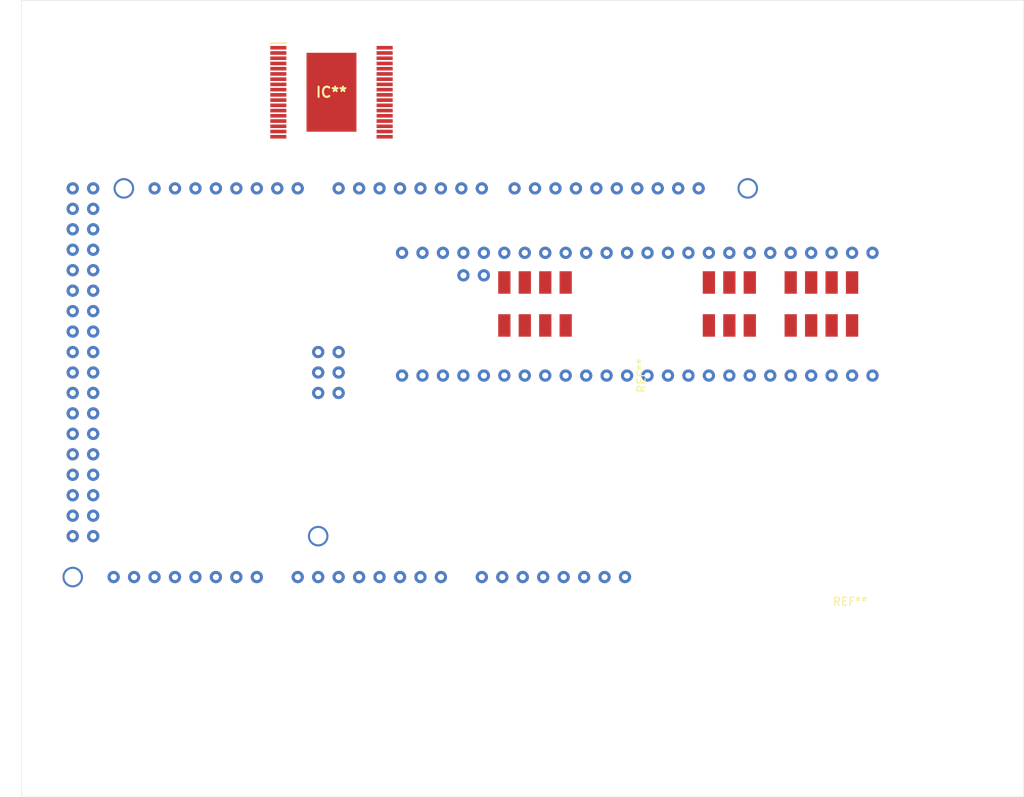
<source format=kicad_pcb>
(kicad_pcb (version 20171130) (host pcbnew "(5.1.9)-1")

  (general
    (thickness 1.6)
    (drawings 4)
    (tracks 0)
    (zones 0)
    (modules 3)
    (nets 1)
  )

  (page A4)
  (layers
    (0 F.Cu signal)
    (31 B.Cu signal hide)
    (32 B.Adhes user hide)
    (33 F.Adhes user hide)
    (34 B.Paste user hide)
    (35 F.Paste user hide)
    (36 B.SilkS user hide)
    (37 F.SilkS user hide)
    (38 B.Mask user hide)
    (39 F.Mask user hide)
    (40 Dwgs.User user hide)
    (41 Cmts.User user hide)
    (42 Eco1.User user hide)
    (43 Eco2.User user hide)
    (44 Edge.Cuts user)
    (45 Margin user hide)
    (46 B.CrtYd user hide)
    (47 F.CrtYd user hide)
    (48 B.Fab user hide)
    (49 F.Fab user)
  )

  (setup
    (last_trace_width 0.25)
    (trace_clearance 0.2)
    (zone_clearance 0.508)
    (zone_45_only no)
    (trace_min 0.2)
    (via_size 0.8)
    (via_drill 0.4)
    (via_min_size 0.4)
    (via_min_drill 0.3)
    (uvia_size 0.3)
    (uvia_drill 0.1)
    (uvias_allowed no)
    (uvia_min_size 0.2)
    (uvia_min_drill 0.1)
    (edge_width 0.05)
    (segment_width 0.2)
    (pcb_text_width 0.3)
    (pcb_text_size 1.5 1.5)
    (mod_edge_width 0.12)
    (mod_text_size 1 1)
    (mod_text_width 0.15)
    (pad_size 1.524 1.524)
    (pad_drill 0.762)
    (pad_to_mask_clearance 0)
    (aux_axis_origin 0 0)
    (visible_elements FFFFFF7F)
    (pcbplotparams
      (layerselection 0x010fc_ffffffff)
      (usegerberextensions false)
      (usegerberattributes true)
      (usegerberadvancedattributes true)
      (creategerberjobfile true)
      (excludeedgelayer true)
      (linewidth 0.100000)
      (plotframeref false)
      (viasonmask false)
      (mode 1)
      (useauxorigin false)
      (hpglpennumber 1)
      (hpglpenspeed 20)
      (hpglpendiameter 15.000000)
      (psnegative false)
      (psa4output false)
      (plotreference true)
      (plotvalue true)
      (plotinvisibletext false)
      (padsonsilk false)
      (subtractmaskfromsilk false)
      (outputformat 1)
      (mirror false)
      (drillshape 1)
      (scaleselection 1)
      (outputdirectory ""))
  )

  (net 0 "")

  (net_class Default "This is the default net class."
    (clearance 0.2)
    (trace_width 0.25)
    (via_dia 0.8)
    (via_drill 0.4)
    (uvia_dia 0.3)
    (uvia_drill 0.1)
  )

  (module Samacsys:SOP65P1420X360-37N (layer F.Cu) (tedit 0) (tstamp 609FB5DD)
    (at 66.421 90.17)
    (descr PowerSO-36)
    (tags "Integrated Circuit")
    (attr smd)
    (fp_text reference IC** (at 0 0) (layer F.SilkS)
      (effects (font (size 1.27 1.27) (thickness 0.254)))
    )
    (fp_text value SOP65P1420X360-37N (at 0 0) (layer F.SilkS) hide
      (effects (font (size 1.27 1.27) (thickness 0.254)))
    )
    (fp_text user %R (at 0 0) (layer F.Fab)
      (effects (font (size 1.27 1.27) (thickness 0.254)))
    )
    (fp_line (start -7.85 -8.25) (end 7.85 -8.25) (layer F.CrtYd) (width 0.05))
    (fp_line (start 7.85 -8.25) (end 7.85 8.25) (layer F.CrtYd) (width 0.05))
    (fp_line (start 7.85 8.25) (end -7.85 8.25) (layer F.CrtYd) (width 0.05))
    (fp_line (start -7.85 8.25) (end -7.85 -8.25) (layer F.CrtYd) (width 0.05))
    (fp_line (start -5.5 -7.95) (end 5.5 -7.95) (layer F.Fab) (width 0.1))
    (fp_line (start 5.5 -7.95) (end 5.5 7.95) (layer F.Fab) (width 0.1))
    (fp_line (start 5.5 7.95) (end -5.5 7.95) (layer F.Fab) (width 0.1))
    (fp_line (start -5.5 7.95) (end -5.5 -7.95) (layer F.Fab) (width 0.1))
    (fp_line (start -5.5 -7.3) (end -4.85 -7.95) (layer F.Fab) (width 0.1))
    (fp_line (start -7.6 -6.1) (end -5.6 -6.1) (layer F.SilkS) (width 0.2))
    (pad 37 smd rect (at 0 0) (size 6.2 9.8) (layers F.Cu F.Paste F.Mask))
    (pad 36 smd rect (at 6.6 -5.525 90) (size 0.45 2) (layers F.Cu F.Paste F.Mask))
    (pad 35 smd rect (at 6.6 -4.875 90) (size 0.45 2) (layers F.Cu F.Paste F.Mask))
    (pad 34 smd rect (at 6.6 -4.225 90) (size 0.45 2) (layers F.Cu F.Paste F.Mask))
    (pad 33 smd rect (at 6.6 -3.575 90) (size 0.45 2) (layers F.Cu F.Paste F.Mask))
    (pad 32 smd rect (at 6.6 -2.925 90) (size 0.45 2) (layers F.Cu F.Paste F.Mask))
    (pad 31 smd rect (at 6.6 -2.275 90) (size 0.45 2) (layers F.Cu F.Paste F.Mask))
    (pad 30 smd rect (at 6.6 -1.625 90) (size 0.45 2) (layers F.Cu F.Paste F.Mask))
    (pad 29 smd rect (at 6.6 -0.975 90) (size 0.45 2) (layers F.Cu F.Paste F.Mask))
    (pad 28 smd rect (at 6.6 -0.325 90) (size 0.45 2) (layers F.Cu F.Paste F.Mask))
    (pad 27 smd rect (at 6.6 0.325 90) (size 0.45 2) (layers F.Cu F.Paste F.Mask))
    (pad 26 smd rect (at 6.6 0.975 90) (size 0.45 2) (layers F.Cu F.Paste F.Mask))
    (pad 25 smd rect (at 6.6 1.625 90) (size 0.45 2) (layers F.Cu F.Paste F.Mask))
    (pad 24 smd rect (at 6.6 2.275 90) (size 0.45 2) (layers F.Cu F.Paste F.Mask))
    (pad 23 smd rect (at 6.6 2.925 90) (size 0.45 2) (layers F.Cu F.Paste F.Mask))
    (pad 22 smd rect (at 6.6 3.575 90) (size 0.45 2) (layers F.Cu F.Paste F.Mask))
    (pad 21 smd rect (at 6.6 4.225 90) (size 0.45 2) (layers F.Cu F.Paste F.Mask))
    (pad 20 smd rect (at 6.6 4.875 90) (size 0.45 2) (layers F.Cu F.Paste F.Mask))
    (pad 19 smd rect (at 6.6 5.525 90) (size 0.45 2) (layers F.Cu F.Paste F.Mask))
    (pad 18 smd rect (at -6.6 5.525 90) (size 0.45 2) (layers F.Cu F.Paste F.Mask))
    (pad 17 smd rect (at -6.6 4.875 90) (size 0.45 2) (layers F.Cu F.Paste F.Mask))
    (pad 16 smd rect (at -6.6 4.225 90) (size 0.45 2) (layers F.Cu F.Paste F.Mask))
    (pad 15 smd rect (at -6.6 3.575 90) (size 0.45 2) (layers F.Cu F.Paste F.Mask))
    (pad 14 smd rect (at -6.6 2.925 90) (size 0.45 2) (layers F.Cu F.Paste F.Mask))
    (pad 13 smd rect (at -6.6 2.275 90) (size 0.45 2) (layers F.Cu F.Paste F.Mask))
    (pad 12 smd rect (at -6.6 1.625 90) (size 0.45 2) (layers F.Cu F.Paste F.Mask))
    (pad 11 smd rect (at -6.6 0.975 90) (size 0.45 2) (layers F.Cu F.Paste F.Mask))
    (pad 10 smd rect (at -6.6 0.325 90) (size 0.45 2) (layers F.Cu F.Paste F.Mask))
    (pad 9 smd rect (at -6.6 -0.325 90) (size 0.45 2) (layers F.Cu F.Paste F.Mask))
    (pad 8 smd rect (at -6.6 -0.975 90) (size 0.45 2) (layers F.Cu F.Paste F.Mask))
    (pad 7 smd rect (at -6.6 -1.625 90) (size 0.45 2) (layers F.Cu F.Paste F.Mask))
    (pad 6 smd rect (at -6.6 -2.275 90) (size 0.45 2) (layers F.Cu F.Paste F.Mask))
    (pad 5 smd rect (at -6.6 -2.925 90) (size 0.45 2) (layers F.Cu F.Paste F.Mask))
    (pad 4 smd rect (at -6.6 -3.575 90) (size 0.45 2) (layers F.Cu F.Paste F.Mask))
    (pad 3 smd rect (at -6.6 -4.225 90) (size 0.45 2) (layers F.Cu F.Paste F.Mask))
    (pad 2 smd rect (at -6.6 -4.875 90) (size 0.45 2) (layers F.Cu F.Paste F.Mask))
    (pad 1 smd rect (at -6.6 -5.525 90) (size 0.45 2) (layers F.Cu F.Paste F.Mask))
    (model "C:\\Users\\mdaut\\Documents\\Sparkdog PF-DI V2\\Libraries\\SamacSys_Parts.3dshapes\\L6206PD013TR.stp"
      (at (xyz 0 0 0))
      (scale (xyz 1 1 1))
      (rotate (xyz 0 0 0))
    )
  )

  (module "Sparkdog PF-DI V2:TEENSY_3_5" (layer F.Cu) (tedit 609F5D99) (tstamp 609FB1E8)
    (at 133.604 125.349 90)
    (fp_text reference REF** (at 0 -28.71 90) (layer F.SilkS)
      (effects (font (size 1 1) (thickness 0.15)))
    )
    (fp_text value TEENSY_3_5 (at 22.86 -3.81 90) (layer F.Fab)
      (effects (font (size 1 1) (thickness 0.15)))
    )
    (pad 1 thru_hole circle (at 0 -58.42 90) (size 1.524 1.524) (drill 0.762) (layers *.Cu *.Mask))
    (pad 2 thru_hole circle (at 0 -55.88 90) (size 1.524 1.524) (drill 0.762) (layers *.Cu *.Mask))
    (pad 3 thru_hole circle (at 0 -53.34 90) (size 1.524 1.524) (drill 0.762) (layers *.Cu *.Mask))
    (pad 4 thru_hole circle (at 0 -50.8 90) (size 1.524 1.524) (drill 0.762) (layers *.Cu *.Mask))
    (pad 5 thru_hole circle (at 0 -48.26 90) (size 1.524 1.524) (drill 0.762) (layers *.Cu *.Mask))
    (pad 6 thru_hole circle (at 0 -45.72 90) (size 1.524 1.524) (drill 0.762) (layers *.Cu *.Mask))
    (pad 7 thru_hole circle (at 0 -43.18 90) (size 1.524 1.524) (drill 0.762) (layers *.Cu *.Mask))
    (pad 8 thru_hole circle (at 0 -40.64 90) (size 1.524 1.524) (drill 0.762) (layers *.Cu *.Mask))
    (pad 9 thru_hole circle (at 0 -38.1 90) (size 1.524 1.524) (drill 0.762) (layers *.Cu *.Mask))
    (pad 10 thru_hole circle (at 0 -35.56 90) (size 1.524 1.524) (drill 0.762) (layers *.Cu *.Mask))
    (pad 11 thru_hole circle (at 0 -33.02 90) (size 1.524 1.524) (drill 0.762) (layers *.Cu *.Mask))
    (pad 12 thru_hole circle (at 0 -30.48 90) (size 1.524 1.524) (drill 0.762) (layers *.Cu *.Mask))
    (pad 13 thru_hole circle (at 0 -27.94 90) (size 1.524 1.524) (drill 0.762) (layers *.Cu *.Mask))
    (pad 14 thru_hole circle (at 0 -25.4 90) (size 1.524 1.524) (drill 0.762) (layers *.Cu *.Mask))
    (pad 15 thru_hole circle (at 0 -22.86 90) (size 1.524 1.524) (drill 0.762) (layers *.Cu *.Mask))
    (pad 16 thru_hole circle (at 0 -20.32 90) (size 1.524 1.524) (drill 0.762) (layers *.Cu *.Mask))
    (pad 17 thru_hole circle (at 0 -17.78 90) (size 1.524 1.524) (drill 0.762) (layers *.Cu *.Mask))
    (pad 18 thru_hole circle (at 0 -15.24 90) (size 1.524 1.524) (drill 0.762) (layers *.Cu *.Mask))
    (pad 19 thru_hole circle (at 0 -12.7 90) (size 1.524 1.524) (drill 0.762) (layers *.Cu *.Mask))
    (pad 20 thru_hole circle (at 0 -10.16 90) (size 1.524 1.524) (drill 0.762) (layers *.Cu *.Mask))
    (pad 21 thru_hole circle (at 0 -7.62 90) (size 1.524 1.524) (drill 0.762) (layers *.Cu *.Mask))
    (pad 22 thru_hole circle (at 0 -5.08 90) (size 1.524 1.524) (drill 0.762) (layers *.Cu *.Mask))
    (pad 23 thru_hole circle (at 0 -2.54 90) (size 1.524 1.524) (drill 0.762) (layers *.Cu *.Mask))
    (pad 24 thru_hole circle (at 0 0 90) (size 1.524 1.524) (drill 0.762) (layers *.Cu *.Mask))
    (pad 25 thru_hole circle (at 15.24 0 90) (size 1.524 1.524) (drill 0.762) (layers *.Cu *.Mask))
    (pad 26 thru_hole circle (at 15.24 -2.54 90) (size 1.524 1.524) (drill 0.762) (layers *.Cu *.Mask))
    (pad 27 thru_hole circle (at 15.24 -5.08 90) (size 1.524 1.524) (drill 0.762) (layers *.Cu *.Mask))
    (pad 28 thru_hole circle (at 15.24 -7.62 90) (size 1.524 1.524) (drill 0.762) (layers *.Cu *.Mask))
    (pad 29 thru_hole circle (at 15.24 -10.16 90) (size 1.524 1.524) (drill 0.762) (layers *.Cu *.Mask))
    (pad 30 thru_hole circle (at 15.24 -12.7 90) (size 1.524 1.524) (drill 0.762) (layers *.Cu *.Mask))
    (pad 31 thru_hole circle (at 15.24 -15.24 90) (size 1.524 1.524) (drill 0.762) (layers *.Cu *.Mask))
    (pad 32 thru_hole circle (at 15.24 -17.78 90) (size 1.524 1.524) (drill 0.762) (layers *.Cu *.Mask))
    (pad 33 thru_hole circle (at 15.24 -20.32 90) (size 1.524 1.524) (drill 0.762) (layers *.Cu *.Mask))
    (pad 34 thru_hole circle (at 15.24 -22.86 90) (size 1.524 1.524) (drill 0.762) (layers *.Cu *.Mask))
    (pad 35 thru_hole circle (at 15.24 -25.4 90) (size 1.524 1.524) (drill 0.762) (layers *.Cu *.Mask))
    (pad 36 thru_hole circle (at 15.24 -27.94 90) (size 1.524 1.524) (drill 0.762) (layers *.Cu *.Mask))
    (pad 37 thru_hole circle (at 15.24 -30.48 90) (size 1.524 1.524) (drill 0.762) (layers *.Cu *.Mask))
    (pad 38 thru_hole circle (at 15.24 -33.02 90) (size 1.524 1.524) (drill 0.762) (layers *.Cu *.Mask))
    (pad 39 thru_hole circle (at 15.24 -35.56 90) (size 1.524 1.524) (drill 0.762) (layers *.Cu *.Mask))
    (pad 40 thru_hole circle (at 15.24 -38.1 90) (size 1.524 1.524) (drill 0.762) (layers *.Cu *.Mask))
    (pad 41 thru_hole circle (at 15.24 -40.64 90) (size 1.524 1.524) (drill 0.762) (layers *.Cu *.Mask))
    (pad 42 thru_hole circle (at 15.24 -43.18 90) (size 1.524 1.524) (drill 0.762) (layers *.Cu *.Mask))
    (pad 43 thru_hole circle (at 15.24 -45.72 90) (size 1.524 1.524) (drill 0.762) (layers *.Cu *.Mask))
    (pad 44 thru_hole circle (at 15.24 -48.26 90) (size 1.524 1.524) (drill 0.762) (layers *.Cu *.Mask))
    (pad 45 thru_hole circle (at 15.24 -50.8 90) (size 1.524 1.524) (drill 0.762) (layers *.Cu *.Mask))
    (pad 46 thru_hole circle (at 15.24 -53.34 90) (size 1.524 1.524) (drill 0.762) (layers *.Cu *.Mask))
    (pad 47 thru_hole circle (at 15.24 -55.88 90) (size 1.524 1.524) (drill 0.762) (layers *.Cu *.Mask))
    (pad 48 thru_hole circle (at 15.24 -58.42 90) (size 1.524 1.524) (drill 0.762) (layers *.Cu *.Mask))
    (pad 49 smd rect (at 6.223 -20.32 90) (size 2.794 1.524) (layers F.Cu F.Paste F.Mask))
    (pad 50 smd rect (at 6.223 -17.78 90) (size 2.794 1.524) (layers F.Cu F.Paste F.Mask))
    (pad 51 smd rect (at 6.223 -15.24 90) (size 2.794 1.524) (layers F.Cu F.Paste F.Mask))
    (pad 52 smd rect (at 6.223 -10.16 90) (size 2.794 1.524) (layers F.Cu F.Paste F.Mask))
    (pad 53 smd rect (at 6.223 -7.62 90) (size 2.794 1.524) (layers F.Cu F.Paste F.Mask))
    (pad 54 smd rect (at 6.223 -5.08 90) (size 2.794 1.524) (layers F.Cu F.Paste F.Mask))
    (pad 55 smd rect (at 6.223 -2.54 90) (size 2.794 1.524) (layers F.Cu F.Paste F.Mask))
    (pad 56 smd rect (at 11.557 -2.54 90) (size 2.794 1.524) (layers F.Cu F.Paste F.Mask))
    (pad 57 smd rect (at 11.557 -5.08 90) (size 2.794 1.524) (layers F.Cu F.Paste F.Mask))
    (pad 58 smd rect (at 11.557 -7.62 90) (size 2.794 1.524) (layers F.Cu F.Paste F.Mask))
    (pad 59 thru_hole circle (at 12.446 -48.26 90) (size 1.524 1.524) (drill 0.762) (layers *.Cu *.Mask))
    (pad 62 smd rect (at 11.557 -43.18 90) (size 2.794 1.524) (layers F.Cu F.Paste F.Mask))
    (pad 61 smd rect (at 11.557 -45.72 90) (size 2.794 1.524) (layers F.Cu F.Paste F.Mask))
    (pad 60 thru_hole circle (at 12.446 -50.8 90) (size 1.524 1.524) (drill 0.762) (layers *.Cu *.Mask))
    (pad 63 smd rect (at 11.557 -40.64 90) (size 2.794 1.524) (layers F.Cu F.Paste F.Mask))
    (pad 64 smd rect (at 11.557 -38.1 90) (size 2.794 1.524) (layers F.Cu F.Paste F.Mask))
    (pad 65 smd rect (at 11.557 -20.32 90) (size 2.794 1.524) (layers F.Cu F.Paste F.Mask))
    (pad 66 smd rect (at 11.557 -17.78 90) (size 2.794 1.524) (layers F.Cu F.Paste F.Mask))
    (pad 67 smd rect (at 11.557 -15.24 90) (size 2.794 1.524) (layers F.Cu F.Paste F.Mask))
    (pad 68 smd rect (at 11.557 -10.16 90) (size 2.794 1.524) (layers F.Cu F.Paste F.Mask))
    (pad 69 smd rect (at 6.223 -38.1 90) (size 2.794 1.524) (layers F.Cu F.Paste F.Mask))
    (pad 70 smd rect (at 6.223 -40.64 90) (size 2.794 1.524) (layers F.Cu F.Paste F.Mask))
    (pad 71 smd rect (at 6.223 -43.18 90) (size 2.794 1.524) (layers F.Cu F.Paste F.Mask))
    (pad 72 smd rect (at 6.223 -45.72 90) (size 2.794 1.524) (layers F.Cu F.Paste F.Mask))
  )

  (module "Sparkdog PF-DI V2:ARDUINO_DUE" (layer F.Cu) (tedit 609F3E64) (tstamp 609F827B)
    (at 130.81 152.908)
    (fp_text reference REF** (at 0 0.5) (layer F.SilkS)
      (effects (font (size 1 1) (thickness 0.15)))
    )
    (fp_text value ARDUINO_DUE (at -100.33 -0.5) (layer F.Fab)
      (effects (font (size 1 1) (thickness 0.15)))
    )
    (pad 1 thru_hole circle (at -27.94 -2.54) (size 1.524 1.524) (drill 0.762) (layers *.Cu *.Mask))
    (pad 2 thru_hole circle (at -30.48 -2.54) (size 1.524 1.524) (drill 0.762) (layers *.Cu *.Mask))
    (pad 3 thru_hole circle (at -33.02 -2.54) (size 1.524 1.524) (drill 0.762) (layers *.Cu *.Mask))
    (pad 4 thru_hole circle (at -35.56 -2.54) (size 1.524 1.524) (drill 0.762) (layers *.Cu *.Mask))
    (pad 5 thru_hole circle (at -38.1 -2.54) (size 1.524 1.524) (drill 0.762) (layers *.Cu *.Mask))
    (pad 6 thru_hole circle (at -40.64 -2.54) (size 1.524 1.524) (drill 0.762) (layers *.Cu *.Mask))
    (pad 7 thru_hole circle (at -43.18 -2.54) (size 1.524 1.524) (drill 0.762) (layers *.Cu *.Mask))
    (pad 8 thru_hole circle (at -45.72 -2.54) (size 1.524 1.524) (drill 0.762) (layers *.Cu *.Mask))
    (pad 9 thru_hole circle (at -50.8 -2.54) (size 1.524 1.524) (drill 0.762) (layers *.Cu *.Mask))
    (pad 10 thru_hole circle (at -53.34 -2.54) (size 1.524 1.524) (drill 0.762) (layers *.Cu *.Mask))
    (pad 11 thru_hole circle (at -55.88 -2.54) (size 1.524 1.524) (drill 0.762) (layers *.Cu *.Mask))
    (pad 12 thru_hole circle (at -58.42 -2.54) (size 1.524 1.524) (drill 0.762) (layers *.Cu *.Mask))
    (pad 13 thru_hole circle (at -60.96 -2.54) (size 1.524 1.524) (drill 0.762) (layers *.Cu *.Mask))
    (pad 14 thru_hole circle (at -63.5 -2.54) (size 1.524 1.524) (drill 0.762) (layers *.Cu *.Mask))
    (pad 15 thru_hole circle (at -66.04 -2.54) (size 1.524 1.524) (drill 0.762) (layers *.Cu *.Mask))
    (pad 16 thru_hole circle (at -68.58 -2.54) (size 1.524 1.524) (drill 0.762) (layers *.Cu *.Mask))
    (pad 17 thru_hole circle (at -73.66 -2.54) (size 1.524 1.524) (drill 0.762) (layers *.Cu *.Mask))
    (pad 18 thru_hole circle (at -76.2 -2.54) (size 1.524 1.524) (drill 0.762) (layers *.Cu *.Mask))
    (pad 19 thru_hole circle (at -78.74 -2.54) (size 1.524 1.524) (drill 0.762) (layers *.Cu *.Mask))
    (pad 20 thru_hole circle (at -81.28 -2.54) (size 1.524 1.524) (drill 0.762) (layers *.Cu *.Mask))
    (pad 21 thru_hole circle (at -83.82 -2.54) (size 1.524 1.524) (drill 0.762) (layers *.Cu *.Mask))
    (pad 22 thru_hole circle (at -86.36 -2.54) (size 1.524 1.524) (drill 0.762) (layers *.Cu *.Mask))
    (pad 23 thru_hole circle (at -88.9 -2.54) (size 1.524 1.524) (drill 0.762) (layers *.Cu *.Mask))
    (pad 24 thru_hole circle (at -91.44 -2.54) (size 1.524 1.524) (drill 0.762) (layers *.Cu *.Mask))
    (pad 25 thru_hole circle (at -93.98 -7.62) (size 1.524 1.524) (drill 0.762) (layers *.Cu *.Mask))
    (pad 26 thru_hole circle (at -96.52 -7.62) (size 1.524 1.524) (drill 0.762) (layers *.Cu *.Mask))
    (pad 27 thru_hole circle (at -93.98 -10.16) (size 1.524 1.524) (drill 0.762) (layers *.Cu *.Mask))
    (pad 28 thru_hole circle (at -96.52 -10.16) (size 1.524 1.524) (drill 0.762) (layers *.Cu *.Mask))
    (pad 29 thru_hole circle (at -93.98 -12.7) (size 1.524 1.524) (drill 0.762) (layers *.Cu *.Mask))
    (pad 30 thru_hole circle (at -96.52 -12.7) (size 1.524 1.524) (drill 0.762) (layers *.Cu *.Mask))
    (pad 31 thru_hole circle (at -93.98 -15.24) (size 1.524 1.524) (drill 0.762) (layers *.Cu *.Mask))
    (pad 32 thru_hole circle (at -96.52 -15.24) (size 1.524 1.524) (drill 0.762) (layers *.Cu *.Mask))
    (pad 33 thru_hole circle (at -93.98 -17.78) (size 1.524 1.524) (drill 0.762) (layers *.Cu *.Mask))
    (pad 34 thru_hole circle (at -96.52 -17.78) (size 1.524 1.524) (drill 0.762) (layers *.Cu *.Mask))
    (pad 35 thru_hole circle (at -93.98 -20.32) (size 1.524 1.524) (drill 0.762) (layers *.Cu *.Mask))
    (pad 36 thru_hole circle (at -96.52 -20.32) (size 1.524 1.524) (drill 0.762) (layers *.Cu *.Mask))
    (pad 37 thru_hole circle (at -93.98 -22.86) (size 1.524 1.524) (drill 0.762) (layers *.Cu *.Mask))
    (pad 38 thru_hole circle (at -96.52 -22.86) (size 1.524 1.524) (drill 0.762) (layers *.Cu *.Mask))
    (pad 39 thru_hole circle (at -93.98 -25.4) (size 1.524 1.524) (drill 0.762) (layers *.Cu *.Mask))
    (pad 40 thru_hole circle (at -96.52 -25.4) (size 1.524 1.524) (drill 0.762) (layers *.Cu *.Mask))
    (pad 41 thru_hole circle (at -93.98 -27.94) (size 1.524 1.524) (drill 0.762) (layers *.Cu *.Mask))
    (pad 42 thru_hole circle (at -96.52 -27.94) (size 1.524 1.524) (drill 0.762) (layers *.Cu *.Mask))
    (pad 43 thru_hole circle (at -93.98 -30.48) (size 1.524 1.524) (drill 0.762) (layers *.Cu *.Mask))
    (pad 44 thru_hole circle (at -96.52 -30.48) (size 1.524 1.524) (drill 0.762) (layers *.Cu *.Mask))
    (pad 45 thru_hole circle (at -93.98 -33.02) (size 1.524 1.524) (drill 0.762) (layers *.Cu *.Mask))
    (pad 46 thru_hole circle (at -96.52 -33.02) (size 1.524 1.524) (drill 0.762) (layers *.Cu *.Mask))
    (pad 47 thru_hole circle (at -93.98 -35.56) (size 1.524 1.524) (drill 0.762) (layers *.Cu *.Mask))
    (pad 48 thru_hole circle (at -96.52 -35.56) (size 1.524 1.524) (drill 0.762) (layers *.Cu *.Mask))
    (pad 49 thru_hole circle (at -93.98 -38.1) (size 1.524 1.524) (drill 0.762) (layers *.Cu *.Mask))
    (pad 50 thru_hole circle (at -96.52 -38.1) (size 1.524 1.524) (drill 0.762) (layers *.Cu *.Mask))
    (pad 51 thru_hole circle (at -93.98 -40.64) (size 1.524 1.524) (drill 0.762) (layers *.Cu *.Mask))
    (pad 52 thru_hole circle (at -96.52 -40.64) (size 1.524 1.524) (drill 0.762) (layers *.Cu *.Mask))
    (pad 53 thru_hole circle (at -93.98 -43.18) (size 1.524 1.524) (drill 0.762) (layers *.Cu *.Mask))
    (pad 54 thru_hole circle (at -96.52 -43.18) (size 1.524 1.524) (drill 0.762) (layers *.Cu *.Mask))
    (pad 55 thru_hole circle (at -93.98 -45.72) (size 1.524 1.524) (drill 0.762) (layers *.Cu *.Mask))
    (pad 56 thru_hole circle (at -96.52 -45.72) (size 1.524 1.524) (drill 0.762) (layers *.Cu *.Mask))
    (pad 57 thru_hole circle (at -93.98 -48.26) (size 1.524 1.524) (drill 0.762) (layers *.Cu *.Mask))
    (pad 58 thru_hole circle (at -96.52 -48.26) (size 1.524 1.524) (drill 0.762) (layers *.Cu *.Mask))
    (pad 59 thru_hole circle (at -93.98 -50.8) (size 1.524 1.524) (drill 0.762) (layers *.Cu *.Mask))
    (pad 60 thru_hole circle (at -96.52 -50.8) (size 1.524 1.524) (drill 0.762) (layers *.Cu *.Mask))
    (pad 60 thru_hole circle (at -90.17 -50.8) (size 2.54 2.54) (drill 2.032) (layers *.Cu *.Mask))
    (pad 61 thru_hole circle (at -86.36 -50.8) (size 1.524 1.524) (drill 0.762) (layers *.Cu *.Mask))
    (pad 62 thru_hole circle (at -83.82 -50.8) (size 1.524 1.524) (drill 0.762) (layers *.Cu *.Mask))
    (pad 63 thru_hole circle (at -81.28 -50.8) (size 1.524 1.524) (drill 0.762) (layers *.Cu *.Mask))
    (pad 64 thru_hole circle (at -78.74 -50.8) (size 1.524 1.524) (drill 0.762) (layers *.Cu *.Mask))
    (pad 65 thru_hole circle (at -76.2 -50.8) (size 1.524 1.524) (drill 0.762) (layers *.Cu *.Mask))
    (pad 66 thru_hole circle (at -73.66 -50.8) (size 1.524 1.524) (drill 0.762) (layers *.Cu *.Mask))
    (pad 67 thru_hole circle (at -71.12 -50.8) (size 1.524 1.524) (drill 0.762) (layers *.Cu *.Mask))
    (pad 68 thru_hole circle (at -68.58 -50.8) (size 1.524 1.524) (drill 0.762) (layers *.Cu *.Mask))
    (pad 69 thru_hole circle (at -63.5 -50.8) (size 1.524 1.524) (drill 0.762) (layers *.Cu *.Mask))
    (pad 70 thru_hole circle (at -60.96 -50.8) (size 1.524 1.524) (drill 0.762) (layers *.Cu *.Mask))
    (pad 71 thru_hole circle (at -58.42 -50.8) (size 1.524 1.524) (drill 0.762) (layers *.Cu *.Mask))
    (pad 72 thru_hole circle (at -55.88 -50.8) (size 1.524 1.524) (drill 0.762) (layers *.Cu *.Mask))
    (pad 73 thru_hole circle (at -53.34 -50.8) (size 1.524 1.524) (drill 0.762) (layers *.Cu *.Mask))
    (pad 74 thru_hole circle (at -50.8 -50.8) (size 1.524 1.524) (drill 0.762) (layers *.Cu *.Mask))
    (pad 75 thru_hole circle (at -48.26 -50.8) (size 1.524 1.524) (drill 0.762) (layers *.Cu *.Mask))
    (pad 76 thru_hole circle (at -45.72 -50.8) (size 1.524 1.524) (drill 0.762) (layers *.Cu *.Mask))
    (pad 77 thru_hole circle (at -41.656 -50.8) (size 1.524 1.524) (drill 0.762) (layers *.Cu *.Mask))
    (pad 78 thru_hole circle (at -39.116 -50.8) (size 1.524 1.524) (drill 0.762) (layers *.Cu *.Mask))
    (pad 79 thru_hole circle (at -36.576 -50.8) (size 1.524 1.524) (drill 0.762) (layers *.Cu *.Mask))
    (pad 80 thru_hole circle (at -34.036 -50.8) (size 1.524 1.524) (drill 0.762) (layers *.Cu *.Mask))
    (pad 81 thru_hole circle (at -31.496 -50.8) (size 1.524 1.524) (drill 0.762) (layers *.Cu *.Mask))
    (pad 82 thru_hole circle (at -28.956 -50.8) (size 1.524 1.524) (drill 0.762) (layers *.Cu *.Mask))
    (pad 83 thru_hole circle (at -26.416 -50.8) (size 1.524 1.524) (drill 0.762) (layers *.Cu *.Mask))
    (pad 84 thru_hole circle (at -23.876 -50.8) (size 1.524 1.524) (drill 0.762) (layers *.Cu *.Mask))
    (pad 85 thru_hole circle (at -21.336 -50.8) (size 1.524 1.524) (drill 0.762) (layers *.Cu *.Mask))
    (pad 86 thru_hole circle (at -18.796 -50.8) (size 1.524 1.524) (drill 0.762) (layers *.Cu *.Mask))
    (pad 87 thru_hole circle (at -12.7 -50.8) (size 2.54 2.54) (drill 2.032) (layers *.Cu *.Mask))
    (pad 61 thru_hole circle (at -96.52 -2.54) (size 2.54 2.54) (drill 2.032) (layers *.Cu *.Mask))
    (pad 62 thru_hole circle (at -66.04 -7.62) (size 2.54 2.54) (drill 2.032) (layers *.Cu *.Mask))
    (pad 89 thru_hole circle (at -63.5 -25.4) (size 1.524 1.524) (drill 0.762) (layers *.Cu *.Mask))
    (pad 90 thru_hole circle (at -66.04 -25.4) (size 1.524 1.524) (drill 0.762) (layers *.Cu *.Mask))
    (pad 88 thru_hole circle (at -63.5 -27.94) (size 1.524 1.524) (drill 0.762) (layers *.Cu *.Mask))
    (pad 87 thru_hole circle (at -63.5 -30.48) (size 1.524 1.524) (drill 0.762) (layers *.Cu *.Mask))
    (pad 91 thru_hole circle (at -66.04 -27.94) (size 1.524 1.524) (drill 0.762) (layers *.Cu *.Mask))
    (pad 92 thru_hole circle (at -66.04 -30.48) (size 1.524 1.524) (drill 0.762) (layers *.Cu *.Mask))
  )

  (gr_line (start 152.4 177.673) (end 27.94 177.673) (layer Edge.Cuts) (width 0.05) (tstamp 609F8B4F))
  (gr_line (start 152.4 78.74) (end 152.4 177.673) (layer Edge.Cuts) (width 0.05))
  (gr_line (start 27.94 78.74) (end 152.4 78.74) (layer Edge.Cuts) (width 0.05))
  (gr_line (start 27.94 177.673) (end 27.94 78.74) (layer Edge.Cuts) (width 0.05))

)

</source>
